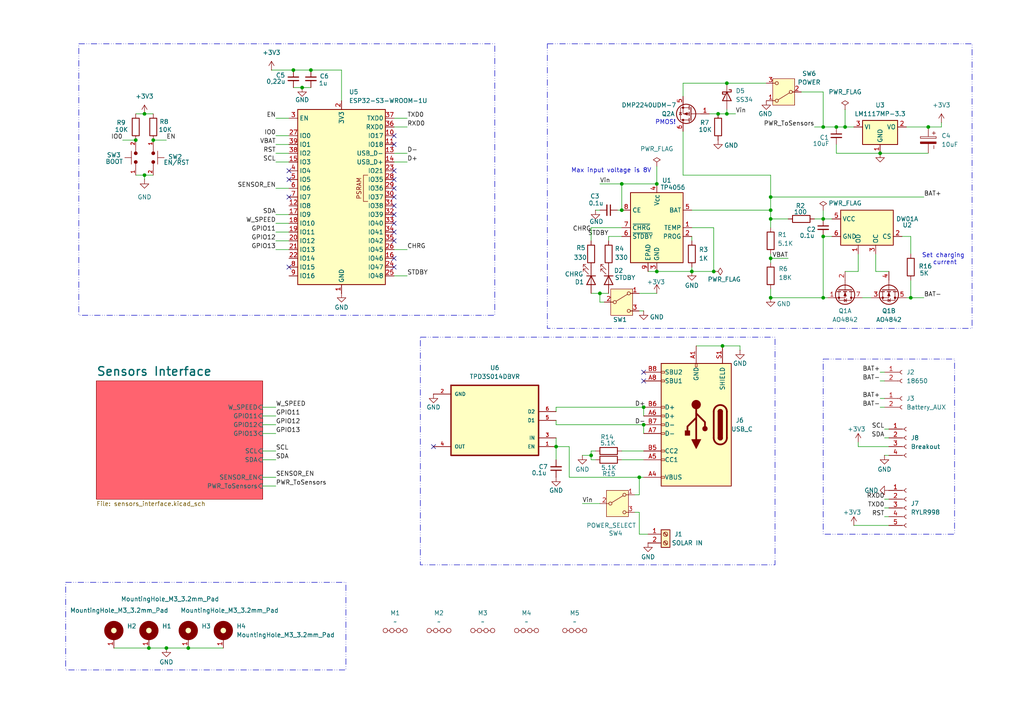
<source format=kicad_sch>
(kicad_sch (version 20250114) (generator "eeschema") (generator_version "9.0")
  (paper "A4")
  (title_block (title "Weather Station V2") (date "2025-12-05") (rev "2.2") (company "Maurizio Gasperoni"))
  (lib_symbols
    (symbol "Battery_Management:DW01A"
      (property "Reference" "U" (at -6.604 6.35 0))
      (property "Value" "DW01A" (at 4.318 6.604 0))
      (symbol "DW01A_0_1"
        (pin power_in line (at -10.16 2.54 0) (length 2.54) (name "VCC") (number "5"))
        (pin power_in line (at -10.16 -2.54 0) (length 2.54) (name "GND") (number "6"))
        (pin output line (at -2.54 -7.62 90) (length 2.54) (name "OD") (number "1"))
        (pin output line (at 2.54 -7.62 90) (length 2.54) (name "OC") (number "3"))
        (pin input line (at 10.16 -2.54 180) (length 2.54) (name "CS") (number "2"))
      )
      (symbol "DW01A_1_1"
        (pin no_connect line (at 10.16 2.54 180) (length 2.54) (hide yes) (name "TD") (number "4"))
      )
    )
    (symbol "Battery_Management:TP4056-42-ESOP8"
      (property "Reference" "U" (at -6.604 11.684 0))
      (property "Value" "TP4056-42-ESOP8" (at 10.16 11.684 0))
      (symbol "TP4056-42-ESOP8_1_0"
        (pin input line (at -10.16 5.08 0) (length 2.54) (name "CE") (number "8"))
        (pin open_collector line (at -10.16 0 0) (length 2.54) (name "~{CHRG}") (number "7"))
        (pin open_collector line (at -10.16 -2.54 0) (length 2.54) (name "~{STDBY}") (number "6"))
        (pin passive line (at -2.54 -12.7 90) (length 2.54) (name "EPAD") (number "9"))
        (pin power_in line (at 0 12.7 270) (length 2.54) (name "V_{CC}") (number "4"))
        (pin power_in line (at 0 -12.7 90) (length 2.54) (name "GND") (number "3"))
        (pin power_out line (at 10.16 5.08 180) (length 2.54) (name "BAT") (number "5"))
        (pin input line (at 10.16 0 180) (length 2.54) (name "TEMP") (number "1"))
        (pin passive line (at 10.16 -2.54 180) (length 2.54) (name "PROG") (number "2"))
      )
    )
    (symbol "Connector:Conn_01x02_Socket" (pin_names (offset 1.016) (hide yes))
      (property "Reference" "J" (at 0 2.54 0))
      (property "Value" "Conn_01x02_Socket" (at 0 -5.08 0))
      (symbol "Conn_01x02_Socket_1_1"
        (pin passive line (at -5.08 0 0) (length 3.81) (name "Pin_1") (number "1"))
        (pin passive line (at -5.08 -2.54 0) (length 3.81) (name "Pin_2") (number "2"))
      )
    )
    (symbol "Connector:Conn_01x04_Socket" (pin_names (offset 1.016) (hide yes))
      (property "Reference" "J" (at 0 5.08 0))
      (property "Value" "Conn_01x04_Socket" (at 0 -7.62 0))
      (symbol "Conn_01x04_Socket_1_1"
        (pin passive line (at -5.08 2.54 0) (length 3.81) (name "Pin_1") (number "1"))
        (pin passive line (at -5.08 0 0) (length 3.81) (name "Pin_2") (number "2"))
        (pin passive line (at -5.08 -2.54 0) (length 3.81) (name "Pin_3") (number "3"))
        (pin passive line (at -5.08 -5.08 0) (length 3.81) (name "Pin_4") (number "4"))
      )
    )
    (symbol "Connector:Conn_01x05_Socket" (pin_names (offset 1.016) (hide yes))
      (property "Reference" "J" (at 0 7.62 0))
      (property "Value" "Conn_01x05_Socket" (at 0 -7.62 0))
      (symbol "Conn_01x05_Socket_1_1"
        (pin passive line (at -5.08 5.08 0) (length 3.81) (name "Pin_1") (number "1"))
        (pin passive line (at -5.08 2.54 0) (length 3.81) (name "Pin_2") (number "2"))
        (pin passive line (at -5.08 0 0) (length 3.81) (name "Pin_3") (number "3"))
        (pin passive line (at -5.08 -2.54 0) (length 3.81) (name "Pin_4") (number "4"))
        (pin passive line (at -5.08 -5.08 0) (length 3.81) (name "Pin_5") (number "5"))
      )
    )
    (symbol "Connector:Screw_Terminal_01x02" (pin_names (offset 1.016) (hide yes))
      (property "Reference" "J" (at 0 2.54 0))
      (property "Value" "Screw_Terminal_01x02" (at 0 -5.08 0))
      (symbol "Screw_Terminal_01x02_1_1"
        (pin passive line (at -5.08 0 0) (length 3.81) (name "Pin_1") (number "1"))
        (pin passive line (at -5.08 -2.54 0) (length 3.81) (name "Pin_2") (number "2"))
      )
    )
    (symbol "Connector:USB_C_Receptacle_USB2.0_16P" (pin_names (offset 1.016))
      (property "Reference" "J" (at 0 22.225 0))
      (property "Value" "USB_C_Receptacle_USB2.0_16P" (at 0 19.685 0))
      (symbol "USB_C_Receptacle_USB2.0_16P_1_1"
        (pin passive line (at -7.62 -22.86 90) (length 5.08) (name "SHIELD") (number "S1"))
        (pin passive line (at 0 -22.86 90) (length 5.08) (name "GND") (number "A1"))
        (pin passive line (at 0 -22.86 90) (length 5.08) (hide yes) (name "GND") (number "A12"))
        (pin passive line (at 0 -22.86 90) (length 5.08) (hide yes) (name "GND") (number "B1"))
        (pin passive line (at 0 -22.86 90) (length 5.08) (hide yes) (name "GND") (number "B12"))
        (pin passive line (at 15.24 15.24 180) (length 5.08) (name "VBUS") (number "A4"))
        (pin passive line (at 15.24 15.24 180) (length 5.08) (hide yes) (name "VBUS") (number "A9"))
        (pin passive line (at 15.24 15.24 180) (length 5.08) (hide yes) (name "VBUS") (number "B4"))
        (pin passive line (at 15.24 15.24 180) (length 5.08) (hide yes) (name "VBUS") (number "B9"))
        (pin bidirectional line (at 15.24 10.16 180) (length 5.08) (name "CC1") (number "A5"))
        (pin bidirectional line (at 15.24 7.62 180) (length 5.08) (name "CC2") (number "B5"))
        (pin bidirectional line (at 15.24 2.54 180) (length 5.08) (name "D-") (number "A7"))
        (pin bidirectional line (at 15.24 0 180) (length 5.08) (name "D-") (number "B7"))
        (pin bidirectional line (at 15.24 -2.54 180) (length 5.08) (name "D+") (number "A6"))
        (pin bidirectional line (at 15.24 -5.08 180) (length 5.08) (name "D+") (number "B6"))
        (pin bidirectional line (at 15.24 -12.7 180) (length 5.08) (name "SBU1") (number "A8"))
        (pin bidirectional line (at 15.24 -15.24 180) (length 5.08) (name "SBU2") (number "B8"))
      )
    )
    (symbol "Device:C_Small" (pin_numbers (hide yes)) (pin_names (offset 0.254) (hide yes))
      (property "Reference" "C" (at 0.254 1.778 0))
      (property "Value" "C_Small" (at 0.254 -2.032 0))
      (symbol "C_Small_1_1"
        (pin passive line (at 0 2.54 270) (length 2.032) (name "~") (number "1"))
        (pin passive line (at 0 -2.54 90) (length 2.032) (name "~") (number "2"))
      )
    )
    (symbol "Device:LED" (pin_numbers (hide yes)) (pin_names (offset 1.016) (hide yes))
      (property "Reference" "D" (at 0 2.54 0))
      (property "Value" "LED" (at 0 -2.54 0))
      (symbol "LED_1_1"
        (pin passive line (at -3.81 0 0) (length 2.54) (name "K") (number "1"))
        (pin passive line (at 3.81 0 180) (length 2.54) (name "A") (number "2"))
      )
    )
    (symbol "Device:R" (pin_numbers (hide yes)) (pin_names (offset 0))
      (property "Reference" "R" (at 2.032 0 90))
      (property "Value" "R" (at 0 0 90))
      (symbol "R_1_1"
        (pin passive line (at 0 3.81 270) (length 1.27) (name "~") (number "1"))
        (pin passive line (at 0 -3.81 90) (length 1.27) (name "~") (number "2"))
      )
    )
    (symbol "Diode:SS34" (pin_numbers (hide yes)) (pin_names (offset 1.016) (hide yes))
      (property "Reference" "D" (at 0 2.54 0))
      (property "Value" "SS34" (at 0 -2.54 0))
      (symbol "SS34_1_1"
        (pin passive line (at -3.81 0 0) (length 2.54) (name "K") (number "1"))
        (pin passive line (at 3.81 0 180) (length 2.54) (name "A") (number "2"))
      )
    )
    (symbol "PCM_JLCPCB-Manufacturing:Mousebites, Cosmetic, 3mm"
      (property "Reference" "M" (at 7.366 0 0))
    )
    (symbol "PCM_SL_Capacitors:10uF_50V"
      (property "Reference" "C" (at 0 7.62 0))
      (property "Value" "10uF_50V" (at 0 5.08 0))
      (symbol "10uF_50V_0_0"
        (text "+" (at -2.032 1.524 0) (effects (font (size 1.27 1.27))))
        (text "-" (at 2.032 1.524 0) (effects (font (size 1.27 1.27))))
      )
      (symbol "10uF_50V_1_1"
        (pin passive line (at -3.81 0 0) (length 2.7) (name "~") (number "1"))
        (pin input line (at 3.81 0 180) (length 2.7) (name "~") (number "2"))
      )
    )
    (symbol "PCM_SL_Devices:Push_Button"
      (property "Reference" "SW" (at 0 6.35 0))
      (property "Value" "Push_Button" (at 0 4.445 0))
      (symbol "Push_Button_1_1"
        (pin passive line (at -5.08 0 0) (length 2) (name "") (number "1"))
        (pin passive line (at 5.08 0 180) (length 2) (name "") (number "2"))
      )
    )
    (symbol "PCM_SL_Mechanical:MountingHole_M3_3.2mm_Pad"
      (property "Reference" "H" (at 0 7.62 0))
      (property "Value" "MountingHole_M3_3.2mm_Pad" (at 0 5.08 0))
      (symbol "MountingHole_M3_3.2mm_Pad_1_1"
        (pin passive line (at 0 -5.08 90) (length 2.54) (name "") (number "1"))
      )
    )
    (symbol "RF_Module:ESP32-S3-WROOM-1"
      (property "Reference" "U" (at -12.7 26.67 0))
      (property "Value" "ESP32-S3-WROOM-1" (at 12.7 26.67 0))
      (symbol "ESP32-S3-WROOM-1_0_0"
        (text "PSRAM" (at 5.08 2.54 900) (effects (font (size 1.27 1.27))))
      )
      (symbol "ESP32-S3-WROOM-1_1_1"
        (pin input line (at -15.24 22.86 0) (length 2.54) (name "EN") (number "3"))
        (pin bidirectional line (at -15.24 17.78 0) (length 2.54) (name "IO0") (number "27"))
        (pin bidirectional line (at -15.24 15.24 0) (length 2.54) (name "IO1") (number "39"))
        (pin bidirectional line (at -15.24 12.7 0) (length 2.54) (name "IO2") (number "38"))
        (pin bidirectional line (at -15.24 10.16 0) (length 2.54) (name "IO3") (number "15"))
        (pin bidirectional line (at -15.24 7.62 0) (length 2.54) (name "IO4") (number "4"))
        (pin bidirectional line (at -15.24 5.08 0) (length 2.54) (name "IO5") (number "5"))
        (pin bidirectional line (at -15.24 2.54 0) (length 2.54) (name "IO6") (number "6"))
        (pin bidirectional line (at -15.24 0 0) (length 2.54) (name "IO7") (number "7"))
        (pin bidirectional line (at -15.24 -2.54 0) (length 2.54) (name "IO8") (number "12"))
        (pin bidirectional line (at -15.24 -5.08 0) (length 2.54) (name "IO9") (number "17"))
        (pin bidirectional line (at -15.24 -7.62 0) (length 2.54) (name "IO10") (number "18"))
        (pin bidirectional line (at -15.24 -10.16 0) (length 2.54) (name "IO11") (number "19"))
        (pin bidirectional line (at -15.24 -12.7 0) (length 2.54) (name "IO12") (number "20"))
        (pin bidirectional line (at -15.24 -15.24 0) (length 2.54) (name "IO13") (number "21"))
        (pin bidirectional line (at -15.24 -17.78 0) (length 2.54) (name "IO14") (number "22"))
        (pin bidirectional line (at -15.24 -20.32 0) (length 2.54) (name "IO15") (number "8"))
        (pin bidirectional line (at -15.24 -22.86 0) (length 2.54) (name "IO16") (number "9"))
        (pin power_in line (at 0 27.94 270) (length 2.54) (name "3V3") (number "2"))
        (pin power_in line (at 0 -27.94 90) (length 2.54) (name "GND") (number "1"))
        (pin passive line (at 0 -27.94 90) (length 2.54) (hide yes) (name "GND") (number "40"))
        (pin passive line (at 0 -27.94 90) (length 2.54) (hide yes) (name "GND") (number "41"))
        (pin bidirectional line (at 15.24 22.86 180) (length 2.54) (name "TXD0") (number "37"))
        (pin bidirectional line (at 15.24 20.32 180) (length 2.54) (name "RXD0") (number "36"))
        (pin bidirectional line (at 15.24 17.78 180) (length 2.54) (name "IO17") (number "10"))
        (pin bidirectional line (at 15.24 15.24 180) (length 2.54) (name "IO18") (number "11"))
        (pin bidirectional line (at 15.24 12.7 180) (length 2.54) (name "USB_D-") (number "13"))
        (pin bidirectional line (at 15.24 10.16 180) (length 2.54) (name "USB_D+") (number "14"))
        (pin bidirectional line (at 15.24 7.62 180) (length 2.54) (name "IO21") (number "23"))
        (pin bidirectional line (at 15.24 5.08 180) (length 2.54) (name "IO35") (number "28"))
        (pin bidirectional line (at 15.24 2.54 180) (length 2.54) (name "IO36") (number "29"))
        (pin bidirectional line (at 15.24 0 180) (length 2.54) (name "IO37") (number "30"))
        (pin bidirectional line (at 15.24 -2.54 180) (length 2.54) (name "IO38") (number "31"))
        (pin bidirectional line (at 15.24 -5.08 180) (length 2.54) (name "IO39") (number "32"))
        (pin bidirectional line (at 15.24 -7.62 180) (length 2.54) (name "IO40") (number "33"))
        (pin bidirectional line (at 15.24 -10.16 180) (length 2.54) (name "IO41") (number "34"))
        (pin bidirectional line (at 15.24 -12.7 180) (length 2.54) (name "IO42") (number "35"))
        (pin bidirectional line (at 15.24 -15.24 180) (length 2.54) (name "IO45") (number "26"))
        (pin bidirectional line (at 15.24 -17.78 180) (length 2.54) (name "IO46") (number "16"))
        (pin bidirectional line (at 15.24 -20.32 180) (length 2.54) (name "IO47") (number "24"))
        (pin bidirectional line (at 15.24 -22.86 180) (length 2.54) (name "IO48") (number "25"))
      )
    )
    (symbol "Regulator_Linear:LM1117MP-3.3"
      (property "Reference" "U" (at -3.81 3.175 0))
      (property "Value" "LM1117MP-3.3" (at 0 3.175 0))
      (symbol "LM1117MP-3.3_1_1"
        (pin power_in line (at -7.62 0 0) (length 2.54) (name "VI") (number "3"))
        (pin power_in line (at 0 -7.62 90) (length 2.54) (name "GND") (number "1"))
        (pin power_out line (at 7.62 0 180) (length 2.54) (name "VO") (number "2"))
      )
    )
    (symbol "Switch:SW_SPDT" (pin_names (offset 0) (hide yes))
      (property "Reference" "SW" (at 0 5.08 0))
      (property "Value" "SW_SPDT" (at 0 -5.08 0))
      (symbol "SW_SPDT_1_1"
        (pin passive line (at -5.08 0 0) (length 2.54) (name "B") (number "2"))
        (pin passive line (at 5.08 2.54 180) (length 2.54) (name "A") (number "1"))
        (pin passive line (at 5.08 -2.54 180) (length 2.54) (name "C") (number "3"))
      )
    )
    (symbol "TPD3S014DBVR:TPD3S014DBVR" (pin_names (offset 1.016))
      (property "Reference" "U" (at -12.7 11.16 0))
      (property "Value" "TPD3S014DBVR" (at -12.7 -14.16 0))
      (symbol "TPD3S014DBVR_0_0"
        (pin input line (at -17.78 7.62 0) (length 5.08) (name "EN") (number "1"))
        (pin input line (at -17.78 5.08 0) (length 5.08) (name "IN") (number "3"))
        (pin bidirectional line (at -17.78 0 0) (length 5.08) (name "D1") (number "5"))
        (pin bidirectional line (at -17.78 -2.54 0) (length 5.08) (name "D2") (number "6"))
        (pin output line (at 17.78 7.62 180) (length 5.08) (name "OUT") (number "4"))
        (pin power_in line (at 17.78 -7.62 180) (length 5.08) (name "GND") (number "2"))
      )
    )
    (symbol "Transistor_FET:AO4842" (pin_names (hide yes))
      (property "Reference" "Q" (at 5.08 1.905 0))
      (property "Value" "AO4842" (at 5.08 0 0))
      (symbol "AO4842_1_1"
        (pin passive line (at -5.08 0 0) (length 2.54) (name "G1") (number "2"))
        (pin passive line (at 2.54 5.08 270) (length 2.54) (name "D1") (number "7"))
        (pin passive line (at 2.54 5.08 270) (length 2.54) (hide yes) (name "D1") (number "8"))
        (pin passive line (at 2.54 -5.08 90) (length 2.54) (name "S1") (number "1"))
      )
      (symbol "AO4842_2_1"
        (pin passive line (at -5.08 0 0) (length 2.54) (name "G2") (number "4"))
        (pin passive line (at 2.54 5.08 270) (length 2.54) (name "D2") (number "5"))
        (pin passive line (at 2.54 5.08 270) (length 2.54) (hide yes) (name "D2") (number "6"))
        (pin passive line (at 2.54 -5.08 90) (length 2.54) (name "S2") (number "3"))
      )
    )
    (symbol "Transistor_FET:Q_Dual_PMOS_G1S2G2D2S1D1" (pin_names (offset 0) (hide yes))
      (property "Reference" "Q" (at 5.08 1.905 0))
      (property "Value" "Q_Dual_PMOS_G1S2G2D2S1D1" (at 5.08 0 0))
      (symbol "Q_Dual_PMOS_G1S2G2D2S1D1_1_1"
        (pin input line (at -5.08 0 0) (length 2.54) (name "G") (number "1"))
        (pin passive line (at 2.54 5.08 270) (length 2.54) (name "D") (number "6"))
        (pin passive line (at 2.54 -5.08 90) (length 2.54) (name "S") (number "5"))
      )
      (symbol "Q_Dual_PMOS_G1S2G2D2S1D1_2_1"
        (pin input line (at -5.08 0 0) (length 2.54) (name "G") (number "3"))
        (pin passive line (at 2.54 5.08 270) (length 2.54) (name "D") (number "4"))
        (pin passive line (at 2.54 -5.08 90) (length 2.54) (name "S") (number "2"))
      )
    )
    (symbol "power:+3V3" (power) (pin_numbers (hide yes)) (pin_names (offset 0) (hide yes))
      (property "Value" "+3V3" (at 0 3.556 0))
      (symbol "+3V3_1_1"
        (pin power_in line (at 0 0 90) (length 0) (name "~") (number "1"))
      )
    )
    (symbol "power:GND" (power) (pin_numbers (hide yes)) (pin_names (offset 0) (hide yes))
      (property "Value" "GND" (at 0 -3.81 0))
      (symbol "GND_1_1"
        (pin power_in line (at 0 0 270) (length 0) (name "~") (number "1"))
      )
    )
    (symbol "power:PWR_FLAG" (power) (pin_numbers (hide yes)) (pin_names (offset 0) (hide yes))
      (property "Value" "PWR_FLAG" (at 0 3.81 0))
      (symbol "PWR_FLAG_0_0"
        (pin power_out line (at 0 0 90) (length 0) (name "~") (number "1"))
      )
    )
  )
  (rectangle (start 238.76 104.14) (end 276.86 154.94) (stroke (width 0) (type dash_dot_dot)))
  (rectangle (start 19.05 168.91) (end 100.33 194.31) (stroke (width 0) (type dash_dot_dot)))
  (rectangle (start 121.92 97.79) (end 224.79 163.83) (stroke (width 0) (type dash_dot_dot)))
  (rectangle (start 158.75 12.7) (end 281.94 95.25) (stroke (width 0) (type dash_dot_dot)))
  (rectangle (start 22.86 12.7) (end 143.51 91.44) (stroke (width 0) (type dash_dot_dot)))
  (text "PMOS!\n" (at 193.04 35.56 0) (effects (font (size 1.27 1.27))))
  (text "Set charging \ncurrent" (at 274.066 75.184 0) (effects (font (size 1.27 1.27))))
  (text "Max input voltage is 8V" (at 177.292 49.53 0) (effects (font (size 1.27 1.27))))
  (junction (at 207.01 78.74))
  (junction (at 54.61 187.96))
  (junction (at 210.82 33.02))
  (junction (at 210.82 24.13))
  (junction (at 269.24 36.83))
  (junction (at 43.18 187.96))
  (junction (at 87.63 25.4))
  (junction (at 208.28 33.02))
  (junction (at 200.66 78.74))
  (junction (at 186.69 123.19))
  (junction (at 48.26 187.96))
  (junction (at 185.42 138.43))
  (junction (at 85.09 20.32))
  (junction (at 245.11 36.83))
  (junction (at 255.27 44.45))
  (junction (at 238.76 63.5))
  (junction (at 238.76 68.58))
  (junction (at 171.45 132.08))
  (junction (at 238.76 36.83))
  (junction (at 223.52 63.5))
  (junction (at 180.34 60.96))
  (junction (at 39.37 40.64))
  (junction (at 223.52 60.96))
  (junction (at 238.76 86.36))
  (junction (at 223.52 86.36))
  (junction (at 190.5 78.74))
  (junction (at 242.57 36.83))
  (junction (at 223.52 57.15))
  (junction (at 44.45 40.64))
  (junction (at 41.91 50.8))
  (junction (at 90.17 20.32))
  (junction (at 180.34 53.34))
  (junction (at 223.52 74.93))
  (junction (at 264.16 86.36))
  (junction (at 186.69 118.11))
  (junction (at 41.91 33.02))
  (junction (at 173.99 85.09))
  (junction (at 190.5 53.34))
  (junction (at 161.29 129.54))
  (junction (at 209.55 100.33))
  (no_connect (at 114.3 39.37))
  (no_connect (at 83.82 57.15))
  (no_connect (at 114.3 67.31))
  (no_connect (at 83.82 49.53))
  (no_connect (at 114.3 69.85))
  (no_connect (at 186.69 110.49))
  (no_connect (at 114.3 59.69))
  (no_connect (at 114.3 64.77))
  (no_connect (at 114.3 41.91))
  (no_connect (at 114.3 49.53))
  (no_connect (at 114.3 57.15))
  (no_connect (at 186.69 107.95))
  (no_connect (at 114.3 74.93))
  (no_connect (at 125.73 129.54))
  (no_connect (at 114.3 54.61))
  (no_connect (at 83.82 52.07))
  (no_connect (at 83.82 77.47))
  (no_connect (at 114.3 52.07))
  (no_connect (at 114.3 62.23))
  (no_connect (at 114.3 77.47))
  (wire (pts (xy 248.92 73.66) (xy 248.92 78.74)))
  (wire (pts (xy 171.45 130.81) (xy 171.45 132.08)))
  (wire (pts (xy 209.55 100.33) (xy 214.63 100.33)))
  (wire (pts (xy 238.76 68.58) (xy 238.76 86.36)))
  (wire (pts (xy 198.12 24.13) (xy 210.82 24.13)))
  (wire (pts (xy 180.34 53.34) (xy 190.5 53.34)))
  (wire (pts (xy 41.91 50.8) (xy 44.45 50.8)))
  (wire (pts (xy 208.28 33.02) (xy 210.82 33.02)))
  (wire (pts (xy 80.01 133.35) (xy 76.2 133.35)))
  (wire (pts (xy 262.89 36.83) (xy 269.24 36.83)))
  (wire (pts (xy 41.91 50.8) (xy 39.37 50.8)))
  (wire (pts (xy 80.01 72.39) (xy 83.82 72.39)))
  (wire (pts (xy 48.26 187.96) (xy 54.61 187.96)))
  (wire (pts (xy 168.91 146.05) (xy 173.99 146.05)))
  (wire (pts (xy 80.01 46.99) (xy 83.82 46.99)))
  (wire (pts (xy 256.54 147.32) (xy 257.81 147.32)))
  (wire (pts (xy 165.1 138.43) (xy 165.1 129.54)))
  (wire (pts (xy 114.3 46.99) (xy 118.11 46.99)))
  (wire (pts (xy 39.37 33.02) (xy 41.91 33.02)))
  (wire (pts (xy 35.56 40.64) (xy 39.37 40.64)))
  (wire (pts (xy 76.2 140.97) (xy 80.01 140.97)))
  (wire (pts (xy 99.06 20.32) (xy 90.17 20.32)))
  (wire (pts (xy 242.57 36.83) (xy 245.11 36.83)))
  (wire (pts (xy 185.42 143.51) (xy 184.15 143.51)))
  (wire (pts (xy 255.27 107.95) (xy 256.54 107.95)))
  (wire (pts (xy 168.91 132.08) (xy 171.45 132.08)))
  (wire (pts (xy 256.54 149.86) (xy 257.81 149.86)))
  (wire (pts (xy 171.45 66.04) (xy 171.45 69.85)))
  (wire (pts (xy 90.17 25.4) (xy 87.63 25.4)))
  (wire (pts (xy 80.01 62.23) (xy 83.82 62.23)))
  (wire (pts (xy 190.5 78.74) (xy 200.66 78.74)))
  (wire (pts (xy 186.69 118.11) (xy 161.29 118.11)))
  (wire (pts (xy 223.52 66.04) (xy 223.52 63.5)))
  (wire (pts (xy 161.29 118.11) (xy 161.29 119.38)))
  (wire (pts (xy 173.99 87.63) (xy 173.99 85.09)))
  (wire (pts (xy 186.69 120.65) (xy 186.69 118.11)))
  (wire (pts (xy 173.99 85.09) (xy 176.53 85.09)))
  (wire (pts (xy 161.29 123.19) (xy 161.29 121.92)))
  (wire (pts (xy 223.52 60.96) (xy 200.66 60.96)))
  (wire (pts (xy 41.91 33.02) (xy 44.45 33.02)))
  (wire (pts (xy 245.11 31.75) (xy 245.11 36.83)))
  (wire (pts (xy 185.42 148.59) (xy 185.42 154.94)))
  (wire (pts (xy 256.54 144.78) (xy 257.81 144.78)))
  (wire (pts (xy 238.76 36.83) (xy 242.57 36.83)))
  (wire (pts (xy 262.89 86.36) (xy 264.16 86.36)))
  (wire (pts (xy 114.3 44.45) (xy 118.11 44.45)))
  (wire (pts (xy 267.97 57.15) (xy 223.52 57.15)))
  (wire (pts (xy 248.92 78.74) (xy 245.11 78.74)))
  (wire (pts (xy 80.01 39.37) (xy 83.82 39.37)))
  (wire (pts (xy 186.69 123.19) (xy 161.29 123.19)))
  (wire (pts (xy 198.12 50.8) (xy 223.52 50.8)))
  (wire (pts (xy 85.09 20.32) (xy 90.17 20.32)))
  (wire (pts (xy 180.34 130.81) (xy 186.69 130.81)))
  (wire (pts (xy 118.11 36.83) (xy 114.3 36.83)))
  (wire (pts (xy 238.76 60.96) (xy 238.76 63.5)))
  (wire (pts (xy 240.03 86.36) (xy 238.76 86.36)))
  (wire (pts (xy 238.76 26.67) (xy 232.41 26.67)))
  (wire (pts (xy 255.27 115.57) (xy 256.54 115.57)))
  (wire (pts (xy 201.93 100.33) (xy 209.55 100.33)))
  (wire (pts (xy 185.42 138.43) (xy 165.1 138.43)))
  (wire (pts (xy 236.22 36.83) (xy 238.76 36.83)))
  (wire (pts (xy 185.42 154.94) (xy 187.96 154.94)))
  (wire (pts (xy 180.34 53.34) (xy 180.34 60.96)))
  (wire (pts (xy 254 78.74) (xy 257.81 78.74)))
  (wire (pts (xy 223.52 60.96) (xy 223.52 63.5)))
  (wire (pts (xy 185.42 138.43) (xy 185.42 143.51)))
  (wire (pts (xy 238.76 68.58) (xy 241.3 68.58)))
  (wire (pts (xy 207.01 66.04) (xy 207.01 78.74)))
  (wire (pts (xy 186.69 123.19) (xy 186.69 125.73)))
  (wire (pts (xy 200.66 77.47) (xy 200.66 78.74)))
  (wire (pts (xy 179.07 60.96) (xy 180.34 60.96)))
  (wire (pts (xy 210.82 24.13) (xy 222.25 24.13)))
  (wire (pts (xy 176.53 68.58) (xy 176.53 69.85)))
  (wire (pts (xy 175.26 87.63) (xy 173.99 87.63)))
  (wire (pts (xy 43.18 187.96) (xy 48.26 187.96)))
  (wire (pts (xy 190.5 48.26) (xy 190.5 53.34)))
  (wire (pts (xy 87.63 25.4) (xy 85.09 25.4)))
  (wire (pts (xy 171.45 85.09) (xy 173.99 85.09)))
  (wire (pts (xy 187.96 78.74) (xy 190.5 78.74)))
  (wire (pts (xy 80.01 123.19) (xy 76.2 123.19)))
  (wire (pts (xy 223.52 74.93) (xy 223.52 76.2)))
  (wire (pts (xy 180.34 66.04) (xy 171.45 66.04)))
  (wire (pts (xy 80.01 64.77) (xy 83.82 64.77)))
  (wire (pts (xy 264.16 81.28) (xy 264.16 86.36)))
  (wire (pts (xy 242.57 41.91) (xy 242.57 44.45)))
  (wire (pts (xy 173.99 53.34) (xy 180.34 53.34)))
  (wire (pts (xy 255.27 110.49) (xy 256.54 110.49)))
  (wire (pts (xy 242.57 44.45) (xy 255.27 44.45)))
  (wire (pts (xy 210.82 33.02) (xy 213.36 33.02)))
  (wire (pts (xy 210.82 31.75) (xy 210.82 33.02)))
  (wire (pts (xy 200.66 66.04) (xy 207.01 66.04)))
  (wire (pts (xy 80.01 130.81) (xy 76.2 130.81)))
  (wire (pts (xy 264.16 68.58) (xy 264.16 73.66)))
  (wire (pts (xy 54.61 187.96) (xy 64.77 187.96)))
  (wire (pts (xy 171.45 132.08) (xy 171.45 133.35)))
  (wire (pts (xy 80.01 34.29) (xy 83.82 34.29)))
  (wire (pts (xy 185.42 138.43) (xy 186.69 138.43)))
  (wire (pts (xy 180.34 133.35) (xy 186.69 133.35)))
  (wire (pts (xy 80.01 67.31) (xy 83.82 67.31)))
  (wire (pts (xy 223.52 83.82) (xy 223.52 86.36)))
  (wire (pts (xy 171.45 130.81) (xy 172.72 130.81)))
  (wire (pts (xy 33.02 187.96) (xy 43.18 187.96)))
  (wire (pts (xy 255.27 118.11) (xy 256.54 118.11)))
  (wire (pts (xy 185.42 90.17) (xy 186.69 90.17)))
  (wire (pts (xy 198.12 27.94) (xy 198.12 24.13)))
  (wire (pts (xy 78.74 20.32) (xy 85.09 20.32)))
  (wire (pts (xy 248.92 128.27) (xy 248.92 129.54)))
  (wire (pts (xy 184.15 148.59) (xy 185.42 148.59)))
  (wire (pts (xy 254 73.66) (xy 254 78.74)))
  (wire (pts (xy 80.01 118.11) (xy 76.2 118.11)))
  (wire (pts (xy 198.12 38.1) (xy 198.12 50.8)))
  (wire (pts (xy 44.45 40.64) (xy 48.26 40.64)))
  (wire (pts (xy 223.52 50.8) (xy 223.52 57.15)))
  (wire (pts (xy 185.42 85.09) (xy 190.5 85.09)))
  (wire (pts (xy 247.65 152.4) (xy 257.81 152.4)))
  (wire (pts (xy 256.54 132.08) (xy 257.81 132.08)))
  (wire (pts (xy 223.52 63.5) (xy 228.6 63.5)))
  (wire (pts (xy 200.66 68.58) (xy 200.66 69.85)))
  (wire (pts (xy 223.52 86.36) (xy 238.76 86.36)))
  (wire (pts (xy 80.01 69.85) (xy 83.82 69.85)))
  (wire (pts (xy 161.29 127) (xy 161.29 129.54)))
  (wire (pts (xy 165.1 129.54) (xy 161.29 129.54)))
  (wire (pts (xy 228.6 74.93) (xy 223.52 74.93)))
  (wire (pts (xy 161.29 129.54) (xy 161.29 133.35)))
  (wire (pts (xy 118.11 34.29) (xy 114.3 34.29)))
  (wire (pts (xy 214.63 101.6) (xy 214.63 100.33)))
  (wire (pts (xy 205.74 33.02) (xy 208.28 33.02)))
  (wire (pts (xy 180.34 68.58) (xy 176.53 68.58)))
  (wire (pts (xy 171.45 133.35) (xy 172.72 133.35)))
  (wire (pts (xy 250.19 86.36) (xy 252.73 86.36)))
  (wire (pts (xy 99.06 29.21) (xy 99.06 20.32)))
  (wire (pts (xy 80.01 54.61) (xy 83.82 54.61)))
  (wire (pts (xy 261.62 68.58) (xy 264.16 68.58)))
  (wire (pts (xy 273.05 36.83) (xy 273.05 35.56)))
  (wire (pts (xy 238.76 63.5) (xy 241.3 63.5)))
  (wire (pts (xy 223.52 57.15) (xy 223.52 60.96)))
  (wire (pts (xy 255.27 44.45) (xy 269.24 44.45)))
  (wire (pts (xy 80.01 125.73) (xy 76.2 125.73)))
  (wire (pts (xy 118.11 80.01) (xy 114.3 80.01)))
  (wire (pts (xy 248.92 129.54) (xy 257.81 129.54)))
  (wire (pts (xy 256.54 127) (xy 257.81 127)))
  (wire (pts (xy 80.01 120.65) (xy 76.2 120.65)))
  (wire (pts (xy 256.54 124.46) (xy 257.81 124.46)))
  (wire (pts (xy 238.76 36.83) (xy 238.76 26.67)))
  (wire (pts (xy 269.24 36.83) (xy 273.05 36.83)))
  (wire (pts (xy 118.11 72.39) (xy 114.3 72.39)))
  (wire (pts (xy 80.01 138.43) (xy 76.2 138.43)))
  (wire (pts (xy 207.01 78.74) (xy 200.66 78.74)))
  (wire (pts (xy 223.52 73.66) (xy 223.52 74.93)))
  (wire (pts (xy 80.01 44.45) (xy 83.82 44.45)))
  (wire (pts (xy 267.97 86.36) (xy 264.16 86.36)))
  (wire (pts (xy 236.22 63.5) (xy 238.76 63.5)))
  (wire (pts (xy 172.72 60.96) (xy 173.99 60.96)))
  (wire (pts (xy 80.01 41.91) (xy 83.82 41.91)))
  (wire (pts (xy 41.91 50.8) (xy 41.91 52.07)))
  (wire (pts (xy 245.11 36.83) (xy 247.65 36.83)))
  (label "SDA" (at 80.01 133.35 0))
  (label "SDA" (at 80.01 62.23 180))
  (label "VBAT" (at 228.6 74.93 180))
  (label "SENSOR_EN" (at 80.01 138.43 0))
  (label "GPIO11" (at 80.01 120.65 0))
  (label "D-" (at 184.15 123.19 0))
  (label "Vin" (at 213.36 33.02 0))
  (label "GPIO13" (at 80.01 125.73 0))
  (label "VBAT" (at 80.01 41.91 180))
  (label "BAT+" (at 267.97 57.15 0))
  (label "BAT-" (at 255.27 118.11 180))
  (label "IO0" (at 35.56 40.64 180))
  (label "Vin" (at 173.99 53.34 0))
  (label "BAT+" (at 255.27 107.95 180))
  (label "GPIO12" (at 80.01 123.19 0))
  (label "SDA" (at 256.54 127 180))
  (label "GPIO12" (at 80.01 69.85 180))
  (label "Vin" (at 168.91 146.05 0))
  (label "PWR_ToSensors" (at 236.22 36.83 180))
  (label "W_SPEED" (at 80.01 64.77 180))
  (label "RST" (at 80.01 44.45 180))
  (label "BAT-" (at 255.27 110.49 180))
  (label "RST" (at 256.54 149.86 180))
  (label "BAT+" (at 255.27 115.57 180))
  (label "STDBY" (at 176.53 68.58 180))
  (label "TXD0" (at 256.54 147.32 180))
  (label "SCL" (at 256.54 124.46 180))
  (label "RXD0" (at 256.54 144.78 180))
  (label "SENSOR_EN" (at 80.01 54.61 180))
  (label "TXD0" (at 118.11 34.29 0))
  (label "D+" (at 118.11 46.99 0))
  (label "EN" (at 48.26 40.64 0))
  (label "W_SPEED" (at 80.01 118.11 0))
  (label "BAT-" (at 267.97 86.36 0))
  (label "STDBY" (at 118.11 80.01 0))
  (label "RXD0" (at 118.11 36.83 0))
  (label "D-" (at 118.11 44.45 0))
  (label "SCL" (at 80.01 130.81 0))
  (label "GPIO11" (at 80.01 67.31 180))
  (label "D+" (at 184.15 118.11 0))
  (label "IO0" (at 80.01 39.37 180))
  (label "CHRG" (at 171.45 67.31 180))
  (label "EN" (at 80.01 34.29 180))
  (label "GPIO13" (at 80.01 72.39 180))
  (label "SCL" (at 80.01 46.99 180))
  (label "PWR_ToSensors" (at 80.01 140.97 0))
  (label "CHRG" (at 118.11 72.39 0))
  (symbol (lib_id "Device:R") (at 44.45 36.83 180) (unit 1)
    (property "Reference" "R8" (at 46.228 35.306 0) (effects (justify right)))
    (property "Value" "10K" (at 45.974 37.592 0) (effects (justify right)))
    (property "Footprint" "Resistor_SMD:R_1206_3216Metric" (effects (hide yes)))
    (property "Description" "Resistor" (effects (hide yes)))
  )
  (symbol (lib_id "Transistor_FET:AO4842") (at 245.11 83.82 270) (unit 1)
    (property "Reference" "Q1" (at 245.11 90.17 90))
    (property "Value" "AO4842" (at 245.11 92.71 90))
    (property "Footprint" "Package_SO:SOIC-8_3.9x4.9mm_P1.27mm" (effects (hide yes)))
    (property "Datasheet" "https://aosmd.com/sites/default/files/res/data_sheets/AO4842.pdf" (effects (hide yes)))
    (property "Description" "7.7A Id, 30V Vds, Dual N-Channel MOSFET, 21mOhm Ron, SO-8" (effects (hide yes)))
  )
  (symbol (lib_id "power:GND") (at 187.96 157.48 0) (unit 1)
    (property "Reference" "#PWR011" (effects (hide yes)))
    (property "Value" "GND" (at 187.96 161.544 0))
    (property "Description" "Power symbol creates a global label with name \"GND\" , ground" (effects (hide yes)))
  )
  (symbol (lib_id "Device:C_Small") (at 238.76 66.04 0) (unit 1)
    (property "Reference" "C2" (at 233.934 66.548 0) (effects (justify left)))
    (property "Value" "0.1u" (at 231.902 68.326 0) (effects (justify left)))
    (property "Footprint" "Capacitor_SMD:C_1206_3216Metric" (effects (hide yes)))
    (property "Description" "Unpolarized capacitor, small symbol" (effects (hide yes)))
  )
  (symbol (lib_id "Device:R") (at 176.53 130.81 270) (unit 1)
    (property "Reference" "R14" (at 178.054 126.746 90) (effects (justify right)))
    (property "Value" "5.1K" (at 178.562 128.524 90) (effects (justify right)))
    (property "Footprint" "Resistor_SMD:R_1206_3216Metric" (effects (hide yes)))
    (property "Description" "Resistor" (effects (hide yes)))
  )
  (symbol (lib_id "Transistor_FET:AO4842") (at 257.81 83.82 270) (unit 2)
    (property "Reference" "Q1" (at 257.81 90.17 90))
    (property "Value" "AO4842" (at 257.81 92.71 90))
    (property "Footprint" "Package_SO:SOIC-8_3.9x4.9mm_P1.27mm" (effects (hide yes)))
    (property "Datasheet" "https://aosmd.com/sites/default/files/res/data_sheets/AO4842.pdf" (effects (hide yes)))
    (property "Description" "7.7A Id, 30V Vds, Dual N-Channel MOSFET, 21mOhm Ron, SO-8" (effects (hide yes)))
  )
  (symbol (lib_id "PCM_SL_Mechanical:MountingHole_M3_3.2mm_Pad") (at 64.77 182.88 0) (unit 1)
    (property "Reference" "H4" (at 68.58 181.6099 0) (effects (justify left)))
    (property "Value" "MountingHole_M3_3.2mm_Pad" (at 68.58 184.1499 0) (effects (justify left)))
    (property "Footprint" "PCM_SL_Mechanical:MountingHole_3.2mm_Pad" (effects (hide yes)))
    (property "Description" "3.2mm Diameter Mounting Hole Pad (M3)" (effects (hide yes)))
  )
  (symbol (lib_id "power:+3V3") (at 78.74 20.32 0) (unit 1)
    (property "Reference" "#PWR020" (effects (hide yes)))
    (property "Value" "+3V3" (at 78.74 15.24 0))
    (property "Description" "Power symbol creates a global label with name \"+3V3\"" (effects (hide yes)))
  )
  (symbol (lib_id "power:GND") (at 256.54 132.08 0) (unit 1)
    (property "Reference" "#PWR012" (effects (hide yes)))
    (property "Value" "GND" (at 256.54 136.144 0))
    (property "Description" "Power symbol creates a global label with name \"GND\" , ground" (effects (hide yes)))
  )
  (symbol (lib_id "PCM_SL_Devices:Push_Button") (at 44.45 45.72 270) (unit 1)
    (property "Reference" "SW2" (at 50.8 45.466 90))
    (property "Value" "EN/RST" (at 51.181 47.117 90))
    (property "Footprint" "Button_Switch_THT:SW_PUSH_6mm" (effects (hide yes)))
    (property "Description" "Common 6mmx6mm Push Button" (effects (hide yes)))
  )
  (symbol (lib_id "Switch:SW_SPDT") (at 179.07 146.05 0) (unit 1)
    (property "Reference" "SW4" (at 178.562 154.686 0))
    (property "Value" "POWER_SELECT" (at 177.292 152.4 0))
    (property "Footprint" "PCM_SL_Devices:Slide_Switch_SPDT_P3mm_10x5x10mm" (effects (hide yes)))
    (property "Description" "Switch, single pole double throw" (effects (hide yes)))
  )
  (symbol (lib_id "power:GND") (at 41.91 52.07 0) (unit 1)
    (property "Reference" "#PWR09" (effects (hide yes)))
    (property "Value" "GND" (at 41.91 57.15 0))
    (property "Description" "Power symbol creates a global label with name \"GND\" , ground" (effects (hide yes)))
  )
  (symbol (lib_id "Device:R") (at 208.28 36.83 0) (unit 1)
    (property "Reference" "R7" (at 205.74 35.56 0) (effects (justify right)))
    (property "Value" "10K" (at 206.502 37.592 0) (effects (justify right)))
    (property "Footprint" "Resistor_SMD:R_1206_3216Metric" (effects (hide yes)))
    (property "Description" "Resistor" (effects (hide yes)))
  )
  (symbol (lib_id "power:GND") (at 168.91 132.08 0) (unit 1)
    (property "Reference" "#PWR013" (effects (hide yes)))
    (property "Value" "GND" (at 168.91 136.144 0))
    (property "Description" "Power symbol creates a global label with name \"GND\" , ground" (effects (hide yes)))
  )
  (symbol (lib_id "power:+3V3") (at 248.92 128.27 0) (unit 1)
    (property "Reference" "#PWR025" (effects (hide yes)))
    (property "Value" "+3V3" (at 248.412 124.46 0))
    (property "Description" "Power symbol creates a global label with name \"+3V3\"" (effects (hide yes)))
  )
  (symbol (lib_id "Battery_Management:TP4056-42-ESOP8") (at 190.5 66.04 0) (unit 1)
    (property "Reference" "U1" (at 192.024 52.324 0) (effects (justify left)))
    (property "Value" "TP4056" (at 191.516 54.356 0) (effects (justify left)))
    (property "Footprint" "Package_SO:SOIC-8-1EP_3.9x4.9mm_P1.27mm_EP2.41x3.3mm_ThermalVias" (effects (hide yes)))
    (property "Datasheet" "https://www.lcsc.com/datasheet/lcsc_datasheet_2410121619_TOPPOWER-Nanjing-Extension-Microelectronics-TP4056-42-ESOP8_C16581.pdf" (effects (hide yes)))
    (property "Description" "1A Standalone Linear Li-ion/LiPo single-cell battery charger, 4.2V ±1% charge voltage, VCC = 4.0..8.0V, SOIC-8 (SOP-8)" (effects (hide yes)))
  )
  (symbol (lib_id "Regulator_Linear:LM1117MP-3.3") (at 255.27 36.83 0) (unit 1)
    (property "Reference" "U3" (at 255.27 30.48 0))
    (property "Value" "LM1117MP-3.3" (at 255.27 33.02 0))
    (property "Footprint" "Package_TO_SOT_SMD:SOT-223-3_TabPin2" (effects (hide yes)))
    (property "Datasheet" "http://www.ti.com/lit/ds/symlink/lm1117.pdf" (effects (hide yes)))
    (property "Description" "800mA Low-Dropout Linear Regulator, 3.3V fixed output, SOT-223" (effects (hide yes)))
  )
  (symbol (lib_id "Device:R") (at 171.45 73.66 180) (unit 1)
    (property "Reference" "R5" (at 167.132 71.882 0) (effects (justify right)))
    (property "Value" "330" (at 166.37 74.676 0) (effects (justify right)))
    (property "Footprint" "Resistor_SMD:R_1206_3216Metric" (effects (hide yes)))
    (property "Description" "Resistor" (effects (hide yes)))
  )
  (symbol (lib_id "Diode:SS34") (at 210.82 27.94 270) (unit 1)
    (property "Reference" "D5" (at 213.36 26.3524 90) (effects (justify left)))
    (property "Value" "SS34" (at 213.36 28.8924 90) (effects (justify left)))
    (property "Footprint" "Diode_SMD:D_SMA" (effects (hide yes)))
    (property "Datasheet" "https://www.vishay.com/docs/88751/ss32.pdf" (effects (hide yes)))
    (property "Description" "40V 3A Schottky Diode, SMA" (effects (hide yes)))
  )
  (symbol (lib_id "Connector:Conn_01x02_Socket") (at 261.62 107.95 0) (unit 1)
    (property "Reference" "J2" (at 262.89 107.9499 0) (effects (justify left)))
    (property "Value" "18650" (at 262.89 110.4899 0) (effects (justify left)))
    (property "Footprint" "Battery:BatteryHolder_MPD_BH-18650-PC" (effects (hide yes)))
    (property "Description" "Generic connector, single row, 01x02, script generated" (effects (hide yes)))
  )
  (symbol (lib_id "Battery_Management:DW01A") (at 251.46 66.04 0) (unit 1)
    (property "Reference" "U2" (at 263.144 65.278 0))
    (property "Value" "DW01A" (at 263.144 63.5 0))
    (property "Footprint" "Package_TO_SOT_SMD:SOT-23-6_Handsoldering" (effects (hide yes)))
    (property "Datasheet" "https://hmsemi.com/downfile/DW01A.PDF" (effects (hide yes)))
    (property "Description" "Overcharge, overcurrent and overdischarge protection IC for single cell lithium-ion/polymer battery" (effects (hide yes)))
  )
  (symbol (lib_id "PCM_JLCPCB-Manufacturing:Mousebites, Cosmetic, 3mm") (at 124.46 182.88 0) (unit 1)
    (property "Reference" "M2" (at 127.3175 177.8 0))
    (property "Value" "~" (at 127.3175 180.34 0))
    (property "Footprint" "PCM_JLCPCB:MouseBites, Cosmetic, JLCPCB, 1.6mm" (effects (hide yes)))
    (property "Datasheet" "https://cdn.sparkfun.com/assets/home_page_posts/4/4/0/0/Mousebites_Whitepaper_Final.pdf" (effects (hide yes)))
    (property "Description" "Breakaway Mousebites based on Sparkfun's recomended parameters tweaked for PCM_JLCPCB" (effects (hide yes)))
  )
  (symbol (lib_id "TPD3S014DBVR:TPD3S014DBVR") (at 143.51 121.92 180) (unit 1)
    (property "Reference" "U6" (at 143.51 106.68 0))
    (property "Value" "TPD3S014DBVR" (at 143.51 109.22 0))
    (property "Footprint" "TPD3S014DBVR:SOT95P280X145-6N" (effects (hide yes)))
    (property "MF" "Texas Instruments" (effects (hide yes)))
    (property "Description_1" "Current-limit switch and D+/D– ESD protection for USB Host ports" (effects (hide yes)))
    (property "Package" "SOT-23-6 Texas Instruments" (effects (hide yes)))
    (property "Price" "None" (effects (hide yes)))
    (property "SnapEDA_Link" "https://www.snapeda.com/parts/TPD3S014DBVR/Texas+Instruments/view-part/?ref=snap" (effects (hide yes)))
    (property "MP" "TPD3S014DBVR" (effects (hide yes)))
    (property "Availability" "In Stock" (effects (hide yes)))
    (property "Check_prices" "https://www.snapeda.com/parts/TPD3S014DBVR/Texas+Instruments/view-part/?ref=eda" (effects (hide yes)))
  )
  (symbol (lib_id "power:GND") (at 186.69 90.17 0) (unit 1)
    (property "Reference" "#PWR08" (effects (hide yes)))
    (property "Value" "GND" (at 190.5 91.948 0))
    (property "Description" "Power symbol creates a global label with name \"GND\" , ground" (effects (hide yes)))
  )
  (symbol (lib_id "Device:C_Small") (at 176.53 60.96 270) (unit 1)
    (property "Reference" "C3" (at 171.196 56.896 90) (effects (justify left)))
    (property "Value" "0.1u" (at 170.688 58.928 90) (effects (justify left)))
    (property "Footprint" "Capacitor_SMD:C_1206_3216Metric" (effects (hide yes)))
    (property "Description" "Unpolarized capacitor, small symbol" (effects (hide yes)))
  )
  (symbol (lib_id "power:GND") (at 99.06 85.09 0) (unit 1)
    (property "Reference" "#PWR05" (effects (hide yes)))
    (property "Value" "GND" (at 99.06 89.154 0))
    (property "Description" "Power symbol creates a global label with name \"GND\" , ground" (effects (hide yes)))
  )
  (symbol (lib_id "power:PWR_FLAG") (at 245.11 31.75 0) (unit 1)
    (property "Reference" "#FLG01" (effects (hide yes)))
    (property "Value" "PWR_FLAG" (at 245.11 26.67 0))
    (property "Description" "Special symbol for telling ERC where power comes from" (effects (hide yes)))
  )
  (symbol (lib_id "PCM_SL_Devices:Push_Button") (at 39.37 45.72 90) (unit 1)
    (property "Reference" "SW3" (at 33.02 44.958 90))
    (property "Value" "BOOT" (at 33.147 46.863 90))
    (property "Footprint" "Button_Switch_THT:SW_PUSH_6mm" (effects (hide yes)))
    (property "Description" "Common 6mmx6mm Push Button" (effects (hide yes)))
  )
  (symbol (lib_id "power:GND") (at 172.72 60.96 0) (unit 1)
    (property "Reference" "#PWR03" (effects (hide yes)))
    (property "Value" "GND" (at 172.974 64.262 0))
    (property "Description" "Power symbol creates a global label with name \"GND\" , ground" (effects (hide yes)))
  )
  (symbol (lib_id "PCM_SL_Mechanical:MountingHole_M3_3.2mm_Pad") (at 54.61 182.88 0) (unit 1)
    (property "Reference" "H3" (at 58.42 181.6099 0) (effects (justify left)))
    (property "Value" "MountingHole_M3_3.2mm_Pad" (at 52.324 177.038 0) (effects (justify left)))
    (property "Footprint" "PCM_SL_Mechanical:MountingHole_3.2mm_Pad" (effects (hide yes)))
    (property "Description" "3.2mm Diameter Mounting Hole Pad (M3)" (effects (hide yes)))
  )
  (symbol (lib_id "PCM_JLCPCB-Manufacturing:Mousebites, Cosmetic, 3mm") (at 137.16 182.88 0) (unit 1)
    (property "Reference" "M3" (at 140.0175 177.8 0))
    (property "Value" "~" (at 140.0175 180.34 0))
    (property "Footprint" "PCM_JLCPCB:MouseBites, Cosmetic, JLCPCB, 1.6mm" (effects (hide yes)))
    (property "Datasheet" "https://cdn.sparkfun.com/assets/home_page_posts/4/4/0/0/Mousebites_Whitepaper_Final.pdf" (effects (hide yes)))
    (property "Description" "Breakaway Mousebites based on Sparkfun's recomended parameters tweaked for PCM_JLCPCB" (effects (hide yes)))
  )
  (symbol (lib_id "power:GND") (at 222.25 29.21 0) (unit 1)
    (property "Reference" "#PWR015" (effects (hide yes)))
    (property "Value" "GND" (at 221.996 33.02 0))
    (property "Description" "Power symbol creates a global label with name \"GND\" , ground" (effects (hide yes)))
  )
  (symbol (lib_id "Device:C_Small") (at 90.17 22.86 0) (unit 1)
    (property "Reference" "C6" (at 92.71 22.098 0) (effects (justify left)))
    (property "Value" "1u" (at 92.456 24.13 0) (effects (justify left)))
    (property "Footprint" "Capacitor_SMD:C_1206_3216Metric" (effects (hide yes)))
    (property "Description" "Unpolarized capacitor, small symbol" (effects (hide yes)))
  )
  (symbol (lib_id "Transistor_FET:Q_Dual_PMOS_G1S2G2D2S1D1") (at 200.66 33.02 180) (unit 1)
    (property "Reference" "Q2" (at 193.802 33.02 0))
    (property "Value" "DMP2240UDM-7" (at 188.214 30.48 0))
    (property "Footprint" "Package_TO_SOT_SMD:SOT-23-6_Handsoldering" (effects (hide yes)))
    (property "Description" "Dual PMOS transistor, 6 pin package" (effects (hide yes)))
  )
  (symbol (lib_id "power:PWR_FLAG") (at 207.01 78.74 270) (unit 1)
    (property "Reference" "#FLG03" (effects (hide yes)))
    (property "Value" "PWR_FLAG" (at 205.232 81.026 90) (effects (justify left)))
    (property "Description" "Special symbol for telling ERC where power comes from" (effects (hide yes)))
  )
  (symbol (lib_id "power:+3V3") (at 273.05 35.56 0) (unit 1)
    (property "Reference" "#PWR022" (effects (hide yes)))
    (property "Value" "+3V3" (at 273.05 30.48 0))
    (property "Description" "Power symbol creates a global label with name \"+3V3\"" (effects (hide yes)))
  )
  (symbol (lib_id "PCM_SL_Mechanical:MountingHole_M3_3.2mm_Pad") (at 33.02 182.88 0) (unit 1)
    (property "Reference" "H2" (at 36.83 181.6099 0) (effects (justify left)))
    (property "Value" "MountingHole_M3_3.2mm_Pad" (at 20.32 177.038 0) (effects (justify left)))
    (property "Footprint" "PCM_SL_Mechanical:MountingHole_3.2mm_Pad" (effects (hide yes)))
    (property "Description" "3.2mm Diameter Mounting Hole Pad (M3)" (effects (hide yes)))
  )
  (symbol (lib_id "Device:R") (at 223.52 69.85 180) (unit 1)
    (property "Reference" "R1" (at 225.552 68.072 0) (effects (justify right)))
    (property "Value" "5.1K" (at 225.552 70.612 0) (effects (justify right)))
    (property "Footprint" "Resistor_SMD:R_1206_3216Metric" (effects (hide yes)))
    (property "Description" "Resistor" (effects (hide yes)))
  )
  (symbol (lib_id "power:GND") (at 161.29 138.43 0) (unit 1)
    (property "Reference" "#PWR018" (effects (hide yes)))
    (property "Value" "GND" (at 161.29 142.24 0))
    (property "Description" "Power symbol creates a global label with name \"GND\" , ground" (effects (hide yes)))
  )
  (symbol (lib_id "PCM_SL_Capacitors:10uF_50V") (at 269.24 40.64 270) (unit 1)
    (property "Reference" "C4" (at 273.05 39.3699 90) (effects (justify left)))
    (property "Value" "10uF" (at 273.05 41.9099 90) (effects (justify left)))
    (property "Footprint" "Capacitor_THT:CP_Radial_D5.0mm_P2.00mm" (effects (hide yes)))
    (property "Description" "10uF, 50V Electrolytic Capacitor" (effects (hide yes)))
  )
  (symbol (lib_id "power:+3V3") (at 190.5 85.09 0) (unit 1)
    (property "Reference" "#PWR023" (effects (hide yes)))
    (property "Value" "+3V3" (at 190.246 81.788 0))
    (property "Description" "Power symbol creates a global label with name \"+3V3\"" (effects (hide yes)))
  )
  (symbol (lib_id "Connector:USB_C_Receptacle_USB2.0_16P") (at 201.93 123.19 180) (unit 1)
    (property "Reference" "J6" (at 213.36 121.9199 0) (effects (justify right)))
    (property "Value" "USB_C" (at 212.09 124.46 0) (effects (justify right)))
    (property "Footprint" "Connector_USB:USB_C_Receptacle_GCT_USB4105-xx-A_16P_TopMnt_Horizontal" (effects (hide yes)))
    (property "Datasheet" "https://www.usb.org/sites/default/files/documents/usb_type-c.zip" (effects (hide yes)))
    (property "Description" "USB 2.0-only 16P Type-C Receptacle connector" (effects (hide yes)))
  )
  (symbol (lib_id "power:GND") (at 48.26 187.96 0) (unit 1)
    (property "Reference" "#PWR019" (effects (hide yes)))
    (property "Value" "GND" (at 48.26 192.024 0))
    (property "Description" "Power symbol creates a global label with name \"GND\" , ground" (effects (hide yes)))
  )
  (symbol (lib_id "PCM_JLCPCB-Manufacturing:Mousebites, Cosmetic, 3mm") (at 111.76 182.88 0) (unit 1)
    (property "Reference" "M1" (at 114.6175 177.8 0))
    (property "Value" "~" (at 114.6175 180.34 0))
    (property "Footprint" "PCM_JLCPCB:MouseBites, Cosmetic, JLCPCB, 1.6mm" (effects (hide yes)))
    (property "Datasheet" "https://cdn.sparkfun.com/assets/home_page_posts/4/4/0/0/Mousebites_Whitepaper_Final.pdf" (effects (hide yes)))
    (property "Description" "Breakaway Mousebites based on Sparkfun's recomended parameters tweaked for PCM_JLCPCB" (effects (hide yes)))
  )
  (symbol (lib_id "PCM_SL_Mechanical:MountingHole_M3_3.2mm_Pad") (at 43.18 182.88 0) (unit 1)
    (property "Reference" "H1" (at 46.99 181.6099 0) (effects (justify left)))
    (property "Value" "MountingHole_M3_3.2mm_Pad" (at 35.052 173.736 0) (effects (justify left)))
    (property "Footprint" "PCM_SL_Mechanical:MountingHole_3.2mm_Pad" (effects (hide yes)))
    (property "Description" "3.2mm Diameter Mounting Hole Pad (M3)" (effects (hide yes)))
  )
  (symbol (lib_id "power:PWR_FLAG") (at 190.5 48.26 0) (unit 1)
    (property "Reference" "#FLG02" (effects (hide yes)))
    (property "Value" "PWR_FLAG" (at 190.5 43.18 0))
    (property "Description" "Special symbol for telling ERC where power comes from" (effects (hide yes)))
  )
  (symbol (lib_id "Device:LED") (at 176.53 81.28 270) (unit 1)
    (property "Reference" "D2" (at 178.054 78.486 90) (effects (justify left)))
    (property "Value" "STDBY" (at 178.308 80.518 90) (effects (justify left)))
    (property "Footprint" "LED_SMD:LED_1206_3216Metric" (effects (hide yes)))
    (property "Description" "Light emitting diode" (effects (hide yes)))
    (property "Sim.Pins" "1=K 2=A" (effects (hide yes)))
  )
  (symbol (lib_id "Device:LED") (at 171.45 81.28 270) (unit 1)
    (property "Reference" "D1" (at 169.418 81.788 90) (effects (justify right)))
    (property "Value" "CHRG" (at 169.164 79.502 90) (effects (justify right)))
    (property "Footprint" "LED_SMD:LED_1206_3216Metric" (effects (hide yes)))
    (property "Description" "Light emitting diode" (effects (hide yes)))
    (property "Sim.Pins" "1=K 2=A" (effects (hide yes)))
  )
  (symbol (lib_id "Device:R") (at 176.53 73.66 180) (unit 1)
    (property "Reference" "R4" (at 178.308 72.136 0) (effects (justify right)))
    (property "Value" "330" (at 178.308 74.676 0) (effects (justify right)))
    (property "Footprint" "Resistor_SMD:R_1206_3216Metric" (effects (hide yes)))
    (property "Description" "Resistor" (effects (hide yes)))
  )
  (symbol (lib_id "Device:R") (at 176.53 133.35 270) (unit 1)
    (property "Reference" "R15" (at 178.562 137.414 90) (effects (justify right)))
    (property "Value" "5.1K" (at 178.816 135.636 90) (effects (justify right)))
    (property "Footprint" "Resistor_SMD:R_1206_3216Metric" (effects (hide yes)))
    (property "Description" "Resistor" (effects (hide yes)))
  )
  (symbol (lib_id "Connector:Screw_Terminal_01x02") (at 193.04 154.94 0) (unit 1)
    (property "Reference" "J1" (at 195.58 154.9399 0) (effects (justify left)))
    (property "Value" "SOLAR IN" (at 194.818 157.48 0) (effects (justify left)))
    (property "Footprint" "TerminalBlock:TerminalBlock_MaiXu_MX126-5.0-02P_1x02_P5.00mm" (effects (hide yes)))
    (property "Description" "Generic screw terminal, single row, 01x02, script generated (kicad-library-utils/schlib/autogen/connector/)" (effects (hide yes)))
  )
  (symbol (lib_id "power:GND") (at 125.73 114.3 0) (unit 1)
    (property "Reference" "#PWR017" (effects (hide yes)))
    (property "Value" "GND" (at 125.73 118.11 0))
    (property "Description" "Power symbol creates a global label with name \"GND\" , ground" (effects (hide yes)))
  )
  (symbol (lib_id "Device:R") (at 232.41 63.5 90) (unit 1)
    (property "Reference" "R2" (at 232.156 59.69 90))
    (property "Value" "100" (at 232.156 61.468 90))
    (property "Footprint" "Resistor_SMD:R_1206_3216Metric" (effects (hide yes)))
    (property "Description" "Resistor" (effects (hide yes)))
  )
  (symbol (lib_id "Device:C_Small") (at 242.57 39.37 0) (unit 1)
    (property "Reference" "C1" (at 237.744 39.878 0) (effects (justify left)))
    (property "Value" "10uF" (at 235.712 41.656 0) (effects (justify left)))
    (property "Footprint" "Capacitor_SMD:C_1206_3216Metric" (effects (hide yes)))
    (property "Description" "Unpolarized capacitor, small symbol" (effects (hide yes)))
  )
  (symbol (lib_id "Device:R") (at 200.66 73.66 0) (unit 1)
    (property "Reference" "R3" (at 202.692 72.39 0) (effects (justify left)))
    (property "Value" "1K" (at 202.692 74.93 0) (effects (justify left)))
    (property "Footprint" "Resistor_SMD:R_1206_3216Metric" (effects (hide yes)))
    (property "Description" "Resistor" (effects (hide yes)))
  )
  (symbol (lib_id "Connector:Conn_01x04_Socket") (at 262.89 127 0) (unit 1)
    (property "Reference" "J8" (at 264.16 126.9999 0) (effects (justify left)))
    (property "Value" "Breakout" (at 264.16 129.5399 0) (effects (justify left)))
    (property "Footprint" "Connector_PinSocket_2.54mm:PinSocket_1x04_P2.54mm_Vertical" (effects (hide yes)))
    (property "Description" "Generic connector, single row, 01x04, script generated" (effects (hide yes)))
  )
  (symbol (lib_id "power:GND") (at 223.52 86.36 0) (unit 1)
    (property "Reference" "#PWR02" (effects (hide yes)))
    (property "Value" "GND" (at 227.33 88.138 0))
    (property "Description" "Power symbol creates a global label with name \"GND\" , ground" (effects (hide yes)))
  )
  (symbol (lib_id "Switch:SW_SPDT") (at 180.34 87.63 0) (unit 1)
    (property "Reference" "SW1" (at 179.832 92.71 0))
    (property "Value" "LED_ENABLE" (effects (hide yes)))
    (property "Footprint" "PCM_SL_Devices:Slide_Switch_SPDT_P3mm_10x5x10mm" (effects (hide yes)))
    (property "Description" "Switch, single pole double throw" (effects (hide yes)))
  )
  (symbol (lib_id "power:GND") (at 208.28 40.64 0) (unit 1)
    (property "Reference" "#PWR010" (effects (hide yes)))
    (property "Value" "GND" (at 212.09 42.164 0))
    (property "Description" "Power symbol creates a global label with name \"GND\" , ground" (effects (hide yes)))
  )
  (symbol (lib_id "PCM_JLCPCB-Manufacturing:Mousebites, Cosmetic, 3mm") (at 163.83 182.88 0) (unit 1)
    (property "Reference" "M5" (at 166.6875 177.8 0))
    (property "Value" "~" (at 166.6875 180.34 0))
    (property "Footprint" "PCM_JLCPCB:MouseBites, Cosmetic, JLCPCB, 1.6mm" (effects (hide yes)))
    (property "Datasheet" "https://cdn.sparkfun.com/assets/home_page_posts/4/4/0/0/Mousebites_Whitepaper_Final.pdf" (effects (hide yes)))
    (property "Description" "Breakaway Mousebites based on Sparkfun's recomended parameters tweaked for PCM_JLCPCB" (effects (hide yes)))
  )
  (symbol (lib_id "power:PWR_FLAG") (at 238.76 60.96 0) (unit 1)
    (property "Reference" "#FLG04" (effects (hide yes)))
    (property "Value" "PWR_FLAG" (at 245.11 58.928 0))
    (property "Description" "Special symbol for telling ERC where power comes from" (effects (hide yes)))
  )
  (symbol (lib_id "power:GND") (at 214.63 101.6 0) (unit 1)
    (property "Reference" "#PWR06" (effects (hide yes)))
    (property "Value" "GND" (at 214.63 105.41 0))
    (property "Description" "Power symbol creates a global label with name \"GND\" , ground" (effects (hide yes)))
  )
  (symbol (lib_id "Device:C_Small") (at 161.29 135.89 180) (unit 1)
    (property "Reference" "C7" (at 156.21 135.382 0) (effects (justify right)))
    (property "Value" "0.1u" (at 154.178 137.16 0) (effects (justify right)))
    (property "Footprint" "Capacitor_SMD:C_1206_3216Metric" (effects (hide yes)))
    (property "Description" "Unpolarized capacitor, small symbol" (effects (hide yes)))
  )
  (symbol (lib_id "PCM_JLCPCB-Manufacturing:Mousebites, Cosmetic, 3mm") (at 149.86 182.88 0) (unit 1)
    (property "Reference" "M4" (at 152.7175 177.8 0))
    (property "Value" "~" (at 152.7175 180.34 0))
    (property "Footprint" "PCM_JLCPCB:MouseBites, Cosmetic, JLCPCB, 1.6mm" (effects (hide yes)))
    (property "Datasheet" "https://cdn.sparkfun.com/assets/home_page_posts/4/4/0/0/Mousebites_Whitepaper_Final.pdf" (effects (hide yes)))
    (property "Description" "Breakaway Mousebites based on Sparkfun's recomended parameters tweaked for PCM_JLCPCB" (effects (hide yes)))
  )
  (symbol (lib_id "Connector:Conn_01x02_Socket") (at 261.62 115.57 0) (unit 1)
    (property "Reference" "J3" (at 262.89 115.5699 0) (effects (justify left)))
    (property "Value" "Battery_AUX" (at 262.89 118.1099 0) (effects (justify left)))
    (property "Footprint" "Connector_JST:JST_EH_B2B-EH-A_1x02_P2.50mm_Vertical" (effects (hide yes)))
    (property "Description" "Generic connector, single row, 01x02, script generated" (effects (hide yes)))
  )
  (symbol (lib_id "Device:R") (at 264.16 77.47 0) (unit 1)
    (property "Reference" "R16" (at 266.446 77.216 0) (effects (justify left)))
    (property "Value" "5K" (at 266.7 79.248 0) (effects (justify left)))
    (property "Footprint" "Resistor_SMD:R_1206_3216Metric" (effects (hide yes)))
    (property "Description" "Resistor" (effects (hide yes)))
  )
  (symbol (lib_id "Connector:Conn_01x05_Socket") (at 262.89 147.32 0) (unit 1)
    (property "Reference" "J7" (at 264.16 146.0499 0) (effects (justify left)))
    (property "Value" "RYLR998" (at 264.16 148.5899 0) (effects (justify left)))
    (property "Footprint" "Connector_PinSocket_2.54mm:PinSocket_1x05_P2.54mm_Vertical" (effects (hide yes)))
    (property "Description" "Generic connector, single row, 01x05, script generated" (effects (hide yes)))
  )
  (symbol (lib_id "power:GND") (at 255.27 44.45 0) (unit 1)
    (property "Reference" "#PWR04" (effects (hide yes)))
    (property "Value" "GND" (effects (hide yes)))
    (property "Description" "Power symbol creates a global label with name \"GND\" , ground" (effects (hide yes)))
  )
  (symbol (lib_id "power:+3V3") (at 247.65 152.4 0) (unit 1)
    (property "Reference" "#PWR026" (effects (hide yes)))
    (property "Value" "+3V3" (at 247.142 148.59 0))
    (property "Description" "Power symbol creates a global label with name \"+3V3\"" (effects (hide yes)))
  )
  (symbol (lib_id "power:+3V3") (at 41.91 33.02 0) (unit 1)
    (property "Reference" "#PWR021" (effects (hide yes)))
    (property "Value" "+3V3" (at 41.91 27.94 0))
    (property "Description" "Power symbol creates a global label with name \"+3V3\"" (effects (hide yes)))
  )
  (symbol (lib_id "RF_Module:ESP32-S3-WROOM-1") (at 99.06 57.15 0) (unit 1)
    (property "Reference" "U5" (at 101.2033 26.67 0) (effects (justify left)))
    (property "Value" "ESP32-S3-WROOM-1U" (at 101.2033 29.21 0) (effects (justify left)))
    (property "Footprint" "RF_Module:ESP32-S3-WROOM-1U" (effects (hide yes)))
    (property "Datasheet" "https://www.espressif.com/sites/default/files/documentation/esp32-s3-wroom-1_wroom-1u_datasheet_en.pdf" (effects (hide yes)))
    (property "Description" "RF Module, ESP32-S3 SoC, Wi-Fi 802.11b/g/n, Bluetooth, BLE, 32-bit, 3.3V, onboard antenna, SMD" (effects (hide yes)))
  )
  (symbol (lib_id "Device:R") (at 223.52 80.01 180) (unit 1)
    (property "Reference" "R6" (at 225.806 77.978 0) (effects (justify right)))
    (property "Value" "18K" (at 225.806 80.518 0) (effects (justify right)))
    (property "Footprint" "Resistor_SMD:R_1206_3216Metric" (effects (hide yes)))
    (property "Description" "Resistor" (effects (hide yes)))
  )
  (symbol (lib_id "Device:R") (at 39.37 36.83 180) (unit 1)
    (property "Reference" "R9" (at 33.782 35.56 0) (effects (justify right)))
    (property "Value" "10K" (at 33.274 37.592 0) (effects (justify right)))
    (property "Footprint" "Resistor_SMD:R_1206_3216Metric" (effects (hide yes)))
    (property "Description" "Resistor" (effects (hide yes)))
  )
  (symbol (lib_id "Device:C_Small") (at 85.09 22.86 0) (unit 1)
    (property "Reference" "C5" (at 80.01 21.844 0) (effects (justify left)))
    (property "Value" "0,22u" (at 77.216 23.622 0) (effects (justify left)))
    (property "Footprint" "Capacitor_SMD:C_1206_3216Metric" (effects (hide yes)))
    (property "Description" "Unpolarized capacitor, small symbol" (effects (hide yes)))
  )
  (symbol (lib_id "Switch:SW_SPDT") (at 227.33 26.67 180) (unit 1)
    (property "Reference" "SW6" (at 234.696 21.336 0))
    (property "Value" "POWER" (at 234.696 23.876 0))
    (property "Footprint" "PCM_SL_Devices:Slide_Switch_SPDT_P3mm_10x5x10mm" (effects (hide yes)))
    (property "Description" "Switch, single pole double throw" (effects (hide yes)))
  )
  (symbol (lib_id "power:GND") (at 87.63 25.4 0) (unit 1)
    (property "Reference" "#PWR07" (effects (hide yes)))
    (property "Value" "GND" (at 87.63 28.956 0))
    (property "Description" "Power symbol creates a global label with name \"GND\" , ground" (effects (hide yes)))
  )
  (symbol (lib_id "power:GND") (at 200.66 78.74 0) (unit 1)
    (property "Reference" "#PWR01" (effects (hide yes)))
    (property "Value" "GND" (at 200.66 82.804 0))
    (property "Description" "Power symbol creates a global label with name \"GND\" , ground" (effects (hide yes)))
  )
  (symbol (lib_id "power:GND") (at 257.81 142.24 270) (unit 1)
    (property "Reference" "#PWR016" (effects (hide yes)))
    (property "Value" "GND" (at 252.73 142.24 90))
    (property "Description" "Power symbol creates a global label with name \"GND\" , ground" (effects (hide yes)))
  )
  (sheet (at 27.94 110.49) (size 48.26 34.29) (stroke (width 0.1524)) (fill (color 255 99 111 1.0000))
    (property "Sheetname" "Sensors Interface" (at 27.94 109.1634 0) (effects (font (size 2.5 2.5) (thickness 0.375)) (justify left bottom)))
    (property "Sheetfile" "sensors_interface.kicad_sch" (at 27.94 145.3646 0) (effects (justify left top)))
    (pin "GPIO11" input (at 76.2 120.65 0))
    (pin "GPIO12" input (at 76.2 123.19 0))
    (pin "GPIO13" input (at 76.2 125.73 0))
    (pin "SCL" input (at 76.2 130.81 0))
    (pin "SDA" input (at 76.2 133.35 0))
    (pin "SENSOR_EN" input (at 76.2 138.43 0))
    (pin "W_SPEED" input (at 76.2 118.11 0))
    (pin "PWR_ToSensors" input (at 76.2 140.97 0))
  )
)
</source>
